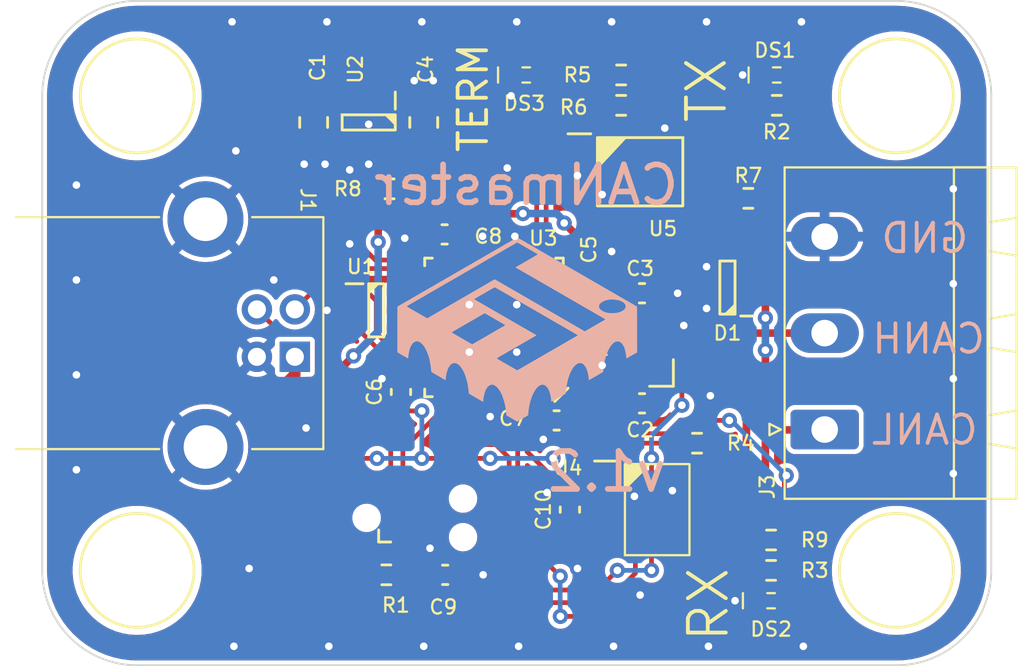
<source format=kicad_pcb>
(kicad_pcb (version 20211014) (generator pcbnew)
  (layers (0 "F.Cu" signal) (31 "B.Cu" signal) (34 "B.Paste" user) (35 "F.Paste" user) (36 "B.SilkS" user "B.Silkscreen") (37 "F.SilkS" user "F.Silkscreen") (38 "B.Mask" user) (39 "F.Mask" user) (44 "Edge.Cuts" user))
  (net 0 "")
  (net 1 "+5V")
  (net 2 "GND")
  (net 3 "Net-(C2-Pad2)")
  (net 4 "Net-(C3-Pad2)")
  (net 5 "+3V3")
  (net 6 "/MCU/NRST")
  (net 7 "/CAN/CAN_H")
  (net 8 "/CAN/CAN_L")
  (net 9 "Net-(DS1-Pad2)")
  (net 10 "Net-(DS2-Pad2)")
  (net 11 "Net-(DS3-Pad2)")
  (net 12 "/MCU/USB_DM")
  (net 13 "/MCU/USB_DP")
  (net 14 "/MCU/SWDIO")
  (net 15 "/MCU/SWCLK")
  (net 17 "/MCU/LED_TX")
  (net 18 "/MCU/LED_RX")
  (net 19 "/CAN/CAN_MODE")
  (net 20 "Net-(R4-Pad2)")
  (net 21 "/CAN/CAN_TERM_EN")
  (net 22 "Net-(R6-Pad2)")
  (net 23 "Net-(R7-Pad1)")
  (net 27 "Net-(R8-Pad2)")
  (net 40 "/CAN/CAN_SENSE")
  (net 50 "/CAN/CAN_RX")
  (net 51 "/CAN/CAN_TX")
  (net 52 "Net-(R9-Pad2)")
  (footprint "U_IC:SOIC_8" (layer "F.Cu") (at 107.4 81.8)
    (fp_text reference "U4")
    (fp_text value "MCP2551-I/SN" hide)
  )
  (footprint "J_Connector:USB_B_TH_Horizontal" (layer "F.Cu") (at 83.6 72.5 180)
    (fp_text reference "J1")
    (fp_text value "UJ2-BH-TH" hide)
  )
  (footprint "C_Capacitor:C_0603" (layer "F.Cu") (at 96.2 67.3)
    (fp_text reference "C8")
    (fp_text value "100n,50v" hide)
  )
  (footprint "U_IC:QFN48_05_7x7_EP" (layer "F.Cu") (at 98.8 72.2 180)
    (fp_text reference "U3")
    (fp_text value "STM32F072CxUx" hide)
  )
  (footprint "M_Mechanical:Mount_M3" (layer "F.Cu") (at 80 85)
    (fp_text reference "M1" hide)
    (fp_text value "Mount_M3" hide)
  )
  (footprint "U_IC:SOT23_5" (layer "F.Cu") (at 92.2 61.4 -90)
    (fp_text reference "U2")
    (fp_text value "NCP115ASN330T2G" hide)
  )
  (footprint "C_Capacitor:C_0603" (layer "F.Cu") (at 93.9 75.6 90)
    (fp_text reference "C6")
    (fp_text value "100n,50v" hide)
  )
  (footprint "R_Resistor:R_0603" (layer "F.Cu") (at 105.5 58.9 180)
    (fp_text reference "R5")
    (fp_text value "300R" hide)
  )
  (footprint "N_NonPart:TagConnect_2030_NL" (layer "F.Cu") (at 94.63 82.235)
    (fp_text reference "J2" hide)
    (fp_text value "TC_2030_NL_STLINK" hide)
  )
  (footprint "R_Resistor:R_0603" (layer "F.Cu") (at 113.4 83.4 180)
    (fp_text reference "R9")
    (fp_text value "0R" hide)
  )
  (footprint "C_Capacitor:C_0603" (layer "F.Cu") (at 106.6 76.2)
    (fp_text reference "C2")
    (fp_text value "4.7p,50v" hide)
  )
  (footprint "R_Resistor:R_0603" (layer "F.Cu") (at 105.5 60.5)
    (fp_text reference "R6")
    (fp_text value "300R" hide)
  )
  (footprint "C_Capacitor:C_0603" (layer "F.Cu") (at 102.1 77.1 180)
    (fp_text reference "C7")
    (fp_text value "100n,50v" hide)
  )
  (footprint "DS_LED:DS_0603" (layer "F.Cu") (at 113.7 58.9)
    (fp_text reference "DS1")
    (fp_text value "LED,RED" hide)
  )
  (footprint "U_IC:SOT23_6" (layer "F.Cu") (at 92.6 71.3)
    (fp_text reference "U1")
    (fp_text value "USBLC6-4SC6" hide)
  )
  (footprint "R_Resistor:R_0603" (layer "F.Cu") (at 113.7 60.5)
    (fp_text reference "R2")
    (fp_text value "300R" hide)
  )
  (footprint "M_Mechanical:Mount_M3" (layer "F.Cu") (at 120 85)
    (fp_text reference "M4" hide)
    (fp_text value "Mount_M3" hide)
  )
  (footprint "R_Resistor:R_0603" (layer "F.Cu") (at 93.13 85.235)
    (fp_text reference "R1")
    (fp_text value "10K" hide)
  )
  (footprint "C_Capacitor:C_0603" (layer "F.Cu") (at 106.6 70.4 180)
    (fp_text reference "C3")
    (fp_text value "4.7p,50v" hide)
  )
  (footprint "Y_Oscillator:Crystal_SMD4_3.2x2.5" (layer "F.Cu") (at 106.6 73.3 90)
    (fp_text reference "Y1")
    (fp_text value "ECS-80-12-33-JGN-TR" hide)
  )
  (footprint "R_Resistor:R_0603" (layer "F.Cu") (at 112.2 65.4)
    (fp_text reference "R7")
    (fp_text value "120R" hide)
  )
  (footprint "M_Mechanical:Mount_M3" (layer "F.Cu") (at 80 60)
    (fp_text reference "M2" hide)
    (fp_text value "Mount_M3" hide)
  )
  (footprint "C_Capacitor:C_0603" (layer "F.Cu") (at 102.8 81.8 90)
    (fp_text reference "C10")
    (fp_text value "100n,50v" hide)
  )
  (footprint "Connector_Phoenix_MSTB:PhoenixContact_MSTBA_2,5_3-G-5,08_1x03_P5.08mm_Horizontal" (layer "F.Cu") (at 116.2225 77.58 90)
    (fp_text reference "J3")
    (fp_text value "Conn_01x03" hide)
  )
  (footprint "DS_LED:DS_0603" (layer "F.Cu") (at 100.5 58.9)
    (fp_text reference "DS3")
    (fp_text value "LED,YEL" hide)
  )
  (footprint "R_Resistor:R_0603" (layer "F.Cu") (at 113.4 85)
    (fp_text reference "R3")
    (fp_text value "220R" hide)
  )
  (footprint "R_Resistor:R_0603" (layer "F.Cu") (at 109.5 78.3)
    (fp_text reference "R4")
    (fp_text value "0R" hide)
  )
  (footprint "C_Capacitor:C_0805" (layer "F.Cu") (at 95.1 61.4 90)
    (fp_text reference "C4")
    (fp_text value "10u,16v" hide)
  )
  (footprint "M_Mechanical:Mount_M3" (layer "F.Cu") (at 120 60)
    (fp_text reference "M3" hide)
    (fp_text value "Mount_M3" hide)
  )
  (footprint "C_Capacitor:C_0603" (layer "F.Cu") (at 103.8 70.4 -90)
    (fp_text reference "C5")
    (fp_text value "100n,50v" hide)
  )
  (footprint "C_Capacitor:C_0805" (layer "F.Cu") (at 89.3 61.4 -90)
    (fp_text reference "C1")
    (fp_text value "10u,16v" hide)
  )
  (footprint "U_IC:SOT23_3" (layer "F.Cu") (at 111.1 70.1 180)
    (fp_text reference "D1")
    (fp_text value "D5V0L2B3SO-7" hide)
  )
  (footprint "R_Resistor:R_0603" (layer "F.Cu") (at 93.3 64.9 180)
    (fp_text reference "R8")
    (fp_text value "10K" hide)
  )
  (footprint "C_Capacitor:C_0603" (layer "F.Cu") (at 96.23 85.235)
    (fp_text reference "C9")
    (fp_text value "100n,50v" hide)
  )
  (footprint "U_IC:SO4_2.54_4.4x3.6" (layer "F.Cu") (at 106.5 64 -90)
    (fp_text reference "U5")
    (fp_text value "LTV-355T" hide)
  )
  (footprint "DS_LED:DS_0603" (layer "F.Cu") (at 113.4 86.6)
    (fp_text reference "DS2")
    (fp_text value "LED,GRN" hide)
  )
  (footprint "N_NonPart:TL_Embedded" (layer "B.Cu") (at 100 72.3 180)
    (fp_text reference "REF**" hide)
    (fp_text value "TL_Embedded" hide)
  )
  (gr_arc (start 125 85) (mid 123.535534 88.535534) (end 120 90) (layer "Edge.Cuts") (width 0.1))
  (gr_line (start 80 90) (end 120 90) (layer "Edge.Cuts") (width 0.1))
  (gr_line (start 120 55) (end 80 55) (layer "Edge.Cuts") (width 0.1))
  (gr_arc (start 75 60) (mid 76.464466 56.464466) (end 80 55) (layer "Edge.Cuts") (width 0.1))
  (gr_arc (start 120 55) (mid 123.535534 56.464466) (end 125 60) (layer "Edge.Cuts") (width 0.1))
  (gr_line (start 75 60) (end 75 85) (layer "Edge.Cuts") (width 0.1))
  (gr_arc (start 80 90) (mid 76.464466 88.535534) (end 75 85) (layer "Edge.Cuts") (width 0.1))
  (gr_line (start 125 85) (end 125 60) (layer "Edge.Cuts") (width 0.1))
  (gr_text "v1.2" (at 104.7 79.8) (layer "B.SilkS") (effects (font (size 2 2) (thickness 0.3)) (justify mirror)))
  (gr_text "CANmaster" (at 100.5 64.7) (layer "B.SilkS") (effects (font (size 2 2) (thickness 0.3)) (justify mirror)))
  (gr_text "CANH" (at 121.7 72.8) (layer "B.SilkS") (effects (font (size 1.5 1.5) (thickness 0.2)) (justify mirror)))
  (gr_text "CANL" (at 121.5 77.6) (layer "B.SilkS") (effects (font (size 1.5 1.5) (thickness 0.2)) (justify mirror)))
  (gr_text "GND" (at 121.5 67.5) (layer "B.SilkS") (effects (font (size 1.5 1.5) (thickness 0.2)) (justify mirror)))
  (gr_text "TX" (at 110 59.7 90) (layer "F.SilkS") (effects (font (size 2 2) (thickness 0.2))))
  (gr_text "RX\n" (at 110.1 86.8 90) (layer "F.SilkS") (effects (font (size 2 2) (thickness 0.2))))
  (gr_text "TERM" (at 97.7 60.1 90) (layer "F.SilkS") (effects (font (size 1.5 1.5) (thickness 0.2))))
  (segment (start 92.7 59.1) (end 91.7 59.1) (width 0.25) (layer "F.Cu") (net 1))
  (segment (start 104.7 86.7) (end 106.25 85.15) (width 0.25) (layer "F.Cu") (net 1))
  (segment (start 91.2 86.7) (end 104.7 86.7) (width 0.25) (layer "F.Cu") (net 1))
  (segment (start 91.25 59.55) (end 91.25 60.4) (width 0.25) (layer "F.Cu") (net 1))
  (segment (start 105.935 82.435) (end 104.7 82.435) (width 0.25) (layer "F.Cu") (net 1))
  (segment (start 89.35 60.4) (end 89.3 60.45) (width 0.25) (layer "F.Cu") (net 1))
  (segment (start 93.15 59.55) (end 92.7 59.1) (width 0.25) (layer "F.Cu") (net 1))
  (segment (start 91.25 60.4) (end 90.4 60.4) (width 0.6) (layer "F.Cu") (net 1))
  (segment (start 90.4 60.4) (end 89.35 60.4) (width 0.6) (layer "F.Cu") (net 1))
  (segment (start 87 62.75) (end 89.3 60.45) (width 0.6) (layer "F.Cu") (net 1))
  (segment (start 106.25 85.15) (end 106.25 82.75) (width 0.25) (layer "F.Cu") (net 1))
  (segment (start 104.7 82.435) (end 102.94 82.435) (width 0.25) (layer "F.Cu") (net 1))
  (segment (start 94.2 71.3) (end 93.6 71.3) (width 0.25) (layer "F.Cu") (net 1))
  (segment (start 94.67452 69.77452) (end 94.67452 70.82548) (width 0.25) (layer "F.Cu") (net 1))
  (segment (start 87.5 75.5) (end 88.31 74.69) (width 0.6) (layer "F.Cu") (net 1))
  (segment (start 84.7 70.2) (end 84.7 74.4) (width 0.6) (layer "F.Cu") (net 1))
  (segment (start 87.5 75.5) (end 87.5 83) (width 0.25) (layer "F.Cu") (net 1))
  (segment (start 87 67.9) (end 84.7 70.2) (width 0.6) (layer "F.Cu") (net 1))
  (segment (start 87 67.9) (end 88.2 69.1) (width 0.25) (layer "F.Cu") (net 1))
  (segment (start 88.31 74.69) (end 88.31 73.75) (width 0.6) (layer "F.Cu") (net 1))
  (segment (start 91.7 59.1) (end 91.25 59.55) (width 0.25) (layer "F.Cu") (net 1))
  (segment (start 87 67.9) (end 87 62.75) (width 0.6) (layer "F.Cu") (net 1))
  (segment (start 87.5 83) (end 91.2 86.7) (width 0.25) (layer "F.Cu") (net 1))
  (segment (start 85.8 75.5) (end 87.5 75.5) (width 0.6) (layer "F.Cu") (net 1))
  (segment (start 102.94 82.435) (end 102.8 82.575) (width 0.25) (layer "F.Cu") (net 1))
  (segment (start 106.25 82.75) (end 105.935 82.435) (width 0.25) (layer "F.Cu") (net 1))
  (segment (start 88.2 69.1) (end 94 69.1) (width 0.25) (layer "F.Cu") (net 1))
  (segment (start 94 69.1) (end 94.67452 69.77452) (width 0.25) (layer "F.Cu") (net 1))
  (segment (start 84.7 74.4) (end 85.8 75.5) (width 0.6) (layer "F.Cu") (net 1))
  (segment (start 94.67452 70.82548) (end 94.2 71.3) (width 0.25) (layer "F.Cu") (net 1))
  (segment (start 93.15 60.25) (end 93.15 59.55) (width 0.25) (layer "F.Cu") (net 1))
  (segment (start 95.375 74.45) (end 96.55 74.45) (width 0.25) (layer "F.Cu") (net 2))
  (segment (start 101.05 76.825) (end 101.325 77.1) (width 0.25) (layer "F.Cu") (net 2))
  (segment (start 101.05 75.625) (end 101.05 74.45) (width 0.25) (layer "F.Cu") (net 2))
  (segment (start 99.55 73.95) (end 100 73.5) (width 0.25) (layer "F.Cu") (net 2))
  (segment (start 100.75 71.45) (end 100.15 70.85) (width 0.25) (layer "F.Cu") (net 2))
  (segment (start 103.8 71.175) (end 103.8 71.375) (width 0.25) (layer "F.Cu") (net 2))
  (segment (start 96.975 67.4) (end 96.55 67.825) (width 0.25) (layer "F.Cu") (net 2))
  (segment (start 96.55 69.95) (end 97.45 70.85) (width 0.25) (layer "F.Cu") (net 2))
  (segment (start 102.225 71.45) (end 100.75 71.45) (width 0.25) (layer "F.Cu") (net 2))
  (segment (start 96.55 74.45) (end 97.45 73.55) (width 0.25) (layer "F.Cu") (net 2))
  (segment (start 102.225 71.45) (end 103.525 71.45) (width 0.25) (layer "F.Cu") (net 2))
  (segment (start 96.55 68.775) (end 96.55 69.95) (width 0.25) (layer "F.Cu") (net 2))
  (segment (start 101.05 75.625) (end 101.05 76.825) (width 0.25) (layer "F.Cu") (net 2))
  (segment (start 101.05 74.45) (end 100.15 73.55) (width 0.25) (layer "F.Cu") (net 2))
  (segment (start 94.275 74.45) (end 93.9 74.825) (width 0.25) (layer "F.Cu") (net 2))
  (segment (start 99.55 75.625) (end 99.55 73.95) (width 0.25) (layer "F.Cu") (net 2))
  (segment (start 95.375 74.45) (end 94.275 74.45) (width 0.25) (layer "F.Cu") (net 2))
  (segment (start 103.525 71.45) (end 103.8 71.175) (width 0.25) (layer "F.Cu") (net 2))
  (segment (start 96.55 67.825) (end 96.55 68.775) (width 0.25) (layer "F.Cu") (net 2))
  (via (at 100 73.5) (size 0.8) (drill 0.4) (layers "F.Cu" "B.Cu") (net 2))
  (via (at 88.8 63.6) (size 0.8) (drill 0.4) (layers "F.Cu" "B.Cu") (net 2))
  (via (at 76.8 69.7) (size 0.8) (drill 0.4) (layers "F.Cu" "B.Cu") (net 2))
  (via (at 85 56.1) (size 0.8) (drill 0.4) (layers "F.Cu" "B.Cu") (net 2))
  (via (at 90 56.1) (size 0.8) (drill 0.4) (layers "F.Cu" "B.Cu") (net 2))
  (via (at 92.2 63.6) (size 0.8) (drill 0.4) (layers "F.Cu" "B.Cu") (net 2))
  (via (at 106.5 86.3) (size 0.8) (drill 0.4) (layers "F.Cu" "B.Cu") (net 2))
  (via (at 99.9 67.4) (size 0.8) (drill 0.4) (layers "F.Cu" "B.Cu") (net 2))
  (via (at 95.43 83.835) (size 0.8) (drill 0.4) (layers "F.Cu" "B.Cu") (net 2))
  (via (at 101.6 80.9) (size 0.8) (drill 0.4) (layers "F.Cu" "B.Cu") (net 2))
  (via (at 123 79.9) (size 0.8) (drill 0.4) (layers "F.Cu" "B.Cu") (net 2))
  (via (at 103.2 64.2) (size 0.8) (drill 0.4) (layers "F.Cu" "B.Cu") (net 2))
  (via (at 94.6 59.2) (size 0.8) (drill 0.4) (layers "F.Cu" "B.Cu") (net 2))
  (via (at 111.9 58.9) (size 0.8) (drill 0.4) (layers "F.Cu" "B.Cu") (net 2))
  (via (at 100 71) (size 0.8) (drill 0.4) (layers "F.Cu" "B.Cu") (net 2))
  (via (at 105.1 89) (size 0.8) (drill 0.4) (layers "F.Cu" "B.Cu") (net 2))
  (via (at 91.2 67.8) (size 0.8) (drill 0.4) (layers "F.Cu" "B.Cu") (net 2))
  (via (at 76.8 64.7) (size 0.8) (drill 0.4) (layers "F.Cu" "B.Cu") (net 2))
  (via (at 91.2 63.9) (size 0.8) (drill 0.4) (layers "F.Cu" "B.Cu") (net 2))
  (via (at 110 56.1) (size 0.8) (drill 0.4) (layers "F.Cu" "B.Cu") (net 2))
  (via (at 95.6 59.2) (size 0.8) (drill 0.4) (layers "F.Cu" "B.Cu") (net 2))
  (via (at 110.2 75.8) (size 0.8) (drill 0.4) (layers "F.Cu" "B.Cu") (net 2))
  (via (at 123 74.9) (size 0.8) (drill 0.4) (layers "F.Cu" "B.Cu") (net 2))
  (via (at 98.6 76.9) (size 0.8) (drill 0.4) (layers "F.Cu" "B.Cu") (net 2))
  (via (at 106.2 81.1) (size 0.8) (drill 0.4) (layers "F.Cu" "B.Cu") (net 2))
  (via (at 100 56.1) (size 0.8) (drill 0.4) (layers "F.Cu" "B.Cu") (net 2))
  (via (at 95.1 89) (size 0.8) (drill 0.4) (layers "F.Cu" "B.Cu") (net 2))
  (via (at 108.4755 70.4) (size 0.8) (drill 0.4) (layers "F.Cu" "B.Cu") (net 2))
  (via (at 85.1 89) (size 0.8) (drill 0.4) (layers "F.Cu" "B.Cu") (net 2))
  (via (at 110.1 89) (size 0.8) (drill 0.4) (layers "F.Cu" "B.Cu") (net 2))
  (via (at 103.2 84.9) (size 0.8) (drill 0.4) (layers "F.Cu" "B.Cu") (net 2))
  (via (at 89.9 63.6) (size 0.8) (drill 0.4) (layers "F.Cu" "B.Cu") (net 2))
  (via (at 85.9 84.9) (size 0.8) (drill 0.4) (layers "F.Cu" "B.Cu") (net 2))
  (via (at 87.2 69.7) (size 0.8) (drill 0.4) (layers "F.Cu" "B.Cu") (net 2))
  (via (at 85.2 62.9) (size 0.8) (drill 0.4) (layers "F.Cu" "B.Cu") (net 2))
  (via (at 101.4 78.1) (size 0.8) (drill 0.4) (layers "F.Cu" "B.Cu") (net 2))
  (via (at 108.2 80.8) (size 0.8) (drill 0.4) (layers "F.Cu" "B.Cu") (net 2))
  (via (at 115 56.1) (size 0.8) (drill 0.4) (layers "F.Cu" "B.Cu") (net 2))
  (via (at 97.5 71) (size 0.8) (drill 0.4) (layers "F.Cu" "B.Cu") (net 2))
  (via (at 76.8 74.7) (size 0.8) (drill 0.4) (layers "F.Cu" "B.Cu") (net 2))
  (via (at 99.7 60) (size 0.8) (drill 0.4) (layers "F.Cu" "B.Cu") (net 2))
  (via (at 105 56.1) (size 0.8) (drill 0.4) (layers "F.Cu" "B.Cu") (net 2))
  (via (at 88.9 77.5) (size 0.8) (drill 0.4) (layers "F.Cu" "B.Cu") (net 2))
  (via (at 98.2 67.4) (size 0.8) (drill 0.4) (layers "F.Cu" "B.Cu") (net 2))
  (via (at 105 68.2) (size 0.8) (drill 0.4) (layers "F.Cu" "B.Cu") (net 2))
  (via (at 123 64.9) (size 0.8) (drill 0.4) (layers "F.Cu" "B.Cu") (net 2))
  (via (at 107.8 61.7) (size 0.8) (drill 0.4) (layers "F.Cu" "B.Cu") (net 2))
  (via (at 115.1 89) (size 0.8) (drill 0.4) (layers "F.Cu" "B.Cu") (net 2))
  (via (at 92.9 74.9) (size 0.8) (drill 0.4) (layers "F.Cu" "B.Cu") (net 2))
  (via (at 110 69) (size 0.8) (drill 0.4) (layers "F.Cu" "B.Cu") (net 2))
  (via (at 104.5 74.2) (size 0.8) (drill 0.4) (layers "F.Cu" "B.Cu") (net 2))
  (via (at 104.5 65.2) (size 0.8) (drill 0.4) (layers "F.Cu" "B.Cu") (net 2))
  (via (at 123 69.9) (size 0.8) (drill 0.4) (layers "F.Cu" "B.Cu") (net 2))
  (via (at 90.1 89) (size 0.8) (drill 0.4) (layers "F.Cu" "B.Cu") (net 2))
  (via (at 108.8 72.1) (size 0.8) (drill 0.4) (layers "F.Cu" "B.Cu") (net 2))
  (via (at 100.1 89) (size 0.8) (drill 0.4) (layers "F.Cu" "B.Cu") (net 2))
  (via (at 76.8 79.7) (size 0.8) (drill 0.4) (layers "F.Cu" "B.Cu") (net 2))
  (via (at 110 71.2) (size 0.8) (drill 0.4) (layers "F.Cu" "B.Cu") (net 2))
  (via (at 90 71.3) (size 0.8) (drill 0.4) (layers "F.Cu" "B.Cu") (net 2))
  (via (at 99.5 63.8) (size 0.8) (drill 0.4) (layers "F.Cu" "B.Cu") (net 2))
  (via (at 97.5 73.5) (size 0.8) (drill 0.4) (layers "F.Cu" "B.Cu") (net 2))
  (via (at 92.2 61.5) (size 0.8) (drill 0.4) (layers "F.Cu" "B.Cu") (net 2))
  (via (at 95 56.1) (size 0.8) (drill 0.4) (layers "F.Cu" "B.Cu") (net 2))
  (via (at 98.23 85.235) (size 0.8) (drill 0.4) (layers "F.Cu" "B.Cu") (net 2))
  (via (at 94.1 67.5) (size 0.8) (drill 0.4) (layers "F.Cu" "B.Cu") (net 2))
  (via (at 111.5 86.6) (size 0.8) (drill 0.4) (layers "F.Cu" "B.Cu") (net 2))
  (segment (start 107.5 76.075) (end 107.375 76.2) (width 0.25) (layer "F.Cu") (net 3))
  (segment (start 106.35 73.3) (end 107.5 74.45) (width 0.25) (layer "F.Cu") (net 3))
  (segment (start 107.5 74.45) (end 107.5 76.075) (width 0.25) (layer "F.Cu") (net 3))
  (segment (start 105.001191 73.3) (end 106.35 73.3) (width 0.25) (layer "F.Cu") (net 3))
  (segment (start 102.225 72.95) (end 104.651191 72.95) (width 0.25) (layer "F.Cu") (net 3))
  (segment (start 104.651191 72.95) (end 105.001191 73.3) (width 0.25) (layer "F.Cu") (net 3))
  (segment (start 102.225 72.45) (end 105.4 72.45) (width 0.25) (layer "F.Cu") (net 4))
  (segment (start 105.825 70.4) (end 105.825 72.025) (width 0.25) (layer "F.Cu") (net 4))
  (segment (start 105.825 72.025) (end 105.7 72.15) (width 0.25) (layer "F.Cu") (net 4))
  (segment (start 105.4 72.45) (end 105.7 72.15) (width 0.25) (layer "F.Cu") (net 4))
  (segment (start 92.7 67.025) (end 93.55 66.175) (width 0.4) (layer "F.Cu") (net 5))
  (segment (start 95.05 62.4) (end 95.1 62.35) (width 0.25) (layer "F.Cu") (net 5))
  (segment (start 90.93 83.835) (end 90.93 79.07) (width 0.4) (layer "F.Cu") (net 5))
  (segment (start 90.93 74.17) (end 91.4 73.7) (width 0.4) (layer "F.Cu") (net 5))
  (segment (start 90.96 79.1) (end 90.93 79.07) (width 0.25) (layer "F.Cu") (net 5))
  (segment (start 102.225 75.625) (end 102.225 76.45) (width 0.25) (layer "F.Cu") (net 5))
  (segment (start 101.55 75.625) (end 102.225 75.625) (width 0.25) (layer "F.Cu") (net 5))
  (segment (start 102.225 70.95) (end 102.675 70.95) (width 0.25) (layer "F.Cu") (net 5))
  (segment (start 98.6 79.1) (end 95 79.1) (width 0.25) (layer "F.Cu") (net 5))
  (segment (start 95.425 67.4) (end 95.425 66.275) (width 0.4) (layer "F.Cu") (net 5))
  (segment (start 102.225 74.95) (end 102.225 75.625) (width 0.25) (layer "F.Cu") (net 5))
  (segment (start 94.8875 74.95) (end 94.69952 75.13798) (width 0.25) (layer "F.Cu") (net 5))
  (segment (start 102.875 78.125) (end 101.912299 79.087701) (width 0.25) (layer "F.Cu") (net 5))
  (segment (start 92.7 67.7) (end 92.7 67.025) (width 0.4) (layer "F.Cu") (net 5))
  (segment (start 92.6355 79.1) (end 90.96 79.1) (width 0.25) (layer "F.Cu") (net 5))
  (segment (start 92.305 85.21) (end 90.93 83.835) (width 0.4) (layer "F.Cu") (net 5))
  (segment (start 95.425 62.675) (end 95.1 62.35) (width 0.4) (layer "F.Cu") (net 5))
  (segment (start 94.69952 75.70048) (end 94.025 76.375) (width 0.25) (layer "F.Cu") (net 5))
  (segment (start 103.9 68.1) (end 103.9 69.525) (width 0.4) (layer "F.Cu") (net 5))
  (segment (start 94.125 76.6) (end 93.9 76.375) (width 0.25) (layer "F.Cu") (net 5))
  (segment (start 92.305 85.16) (end 93.36 84.105) (width 0.25) (layer "F.Cu") (net 5))
  (segment (start 102.875 77.1) (end 102.875 78.125) (width 0.25) (layer "F.Cu") (net 5))
  (segment (start 103.9 69.525) (end 103.8 69.625) (width 0.4) (layer "F.Cu") (net 5))
  (segment (start 100.313201 66.212299) (end 95.487701 66.212299) (width 0.4) (layer "F.Cu") (net 5))
  (segment (start 94.69952 75.13798) (end 94.69952 75.70048) (width 0.25) (layer "F.Cu") (net 5))
  (segment (start 102.675 70.95) (end 103.8 69.825) (width 0.25) (layer "F.Cu") (net 5))
  (segment (start 95.375 74.95) (end 94.8875 74.95) (width 0.25) (layer "F.Cu") (net 5))
  (segment (start 96.05 68.025) (end 95.425 67.4) (width 0.25) (layer "F.Cu") (net 5))
  (segment (start 92.305 85.235) (end 92.305 85.16) (width 0.25) (layer "F.Cu") (net 5))
  (segment (start 92.305 85.235) (end 92.305 85.21) (width 0.4) (layer "F.Cu") (net 5))
  (segment (start 100.3255 66.2) (end 100.313201 66.212299) (width 0.4) (layer "F.Cu") (net 5))
  (segment (start 102.225 76.45) (end 102.875 77.1) (width 0.25) (layer "F.Cu") (net 5))
  (segment (start 96.05 68.775) (end 96.05 68.025) (width 0.25) (layer "F.Cu") (net 5))
  (segment (start 90.93 79.07) (end 90.93 74.17) (width 0.4) (layer "F.Cu") (net 5))
  (segment (start 95.425 66.275) (end 95.425 62.675) (width 0.4) (layer "F.Cu") (net 5))
  (segment (start 93.15 62.4) (end 95.05 62.4) (width 0.6) (layer "F.Cu") (net 5))
  (segment (start 93.36 84.105) (end 93.36 82.87) (width 0.25) (layer "F.Cu") (net 5))
  (segment (start 93.55 66.175) (end 95.325 66.175) (width 0.4) (layer "F.Cu") (net 5))
  (segment (start 102.5 66.7) (end 103.9 68.1) (width 0.4) (layer "F.Cu") (net 5))
  (segment (start 95 76.6) (end 94.125 76.6) (width 0.25) (layer "F.Cu") (net 5))
  (via (at 101.912299 79.087701) (size 0.8) (drill 0.4) (layers "F.Cu" "B.Cu") (net 5))
  (via (at 95 79.1) (size 0.8) (drill 0.4) (layers "F.Cu" "B.Cu") (net 5))
  (via (at 98.6 79.1) (size 0.8) (drill 0.4) (layers "F.Cu" "B.Cu") (net 5))
  (via (at 92.7 67.7) (size 0.8) (drill 0.4) (layers "F.Cu" "B.Cu") (net 5))
  (via (at 92.6355 79.1) (size 0.8) (drill 0.4) (layers "F.Cu" "B.Cu") (net 5))
  (via (at 102.5 66.7) (size 0.8) (drill 0.4) (layers "F.Cu" "B.Cu") (net 5))
  (via (at 91.4 73.7) (size 0.8) (drill 0.4) (layers "F.Cu" "B.Cu") (net 5))
  (via (at 100.3255 66.2) (size 0.8) (drill 0.4) (layers "F.Cu" "B.Cu") (net 5))
  (via (at 95 76.6) (size 0.8) (drill 0.4) (layers "F.Cu" "B.Cu") (net 5))
  (segment (start 101.9 79.1) (end 101.912299 79.087701) (width 0.25) (layer "B.Cu") (net 5))
  (segment (start 92.7 72.4) (end 91.4 73.7) (width 0.4) (layer "B.Cu") (net 5))
  (segment (start 102.5 66.6) (end 102.5 66.7) (width 0.4) (layer "B.Cu") (net 5))
  (segment (start 98.6 79.1) (end 101.9 79.1) (width 0.25) (layer "B.Cu") (net 5))
  (segment (start 95 79.1) (end 92.6355 79.1) (width 0.25) (layer "B.Cu") (net 5))
  (segment (start 92.7 67.7) (end 92.7 72.4) (width 0.4) (layer "B.Cu") (net 5))
  (segment (start 95 79.1) (end 95 76.6) (width 0.25) (layer "B.Cu") (net 5))
  (segment (start 102.1 66.2) (end 102.5 66.6) (width 0.4) (layer "B.Cu") (net 5))
  (segment (start 100.3255 66.2) (end 102.1 66.2) (width 0.4) (layer "B.Cu") (net 5))
  (segment (start 108.4 69.1) (end 105.4 69.1) (width 0.25) (layer "F.Cu") (net 6))
  (segment (start 109.6 71.875386) (end 109.2 71.475386) (width 0.25) (layer "F.Cu") (net 6))
  (segment (start 109.2 69.9) (end 108.4 69.1) (width 0.25) (layer "F.Cu") (net 6))
  (segment (start 93.955 85.235) (end 95.455 85.235) (width 0.25) (layer "F.Cu") (net 6))
  (segment (start 108.7 76.3) (end 108.7 73.6) (width 0.25) (layer "F.Cu") (net 6))
  (segment (start 104.35 71.95) (end 102.225 71.95) (width 0.25) (layer "F.Cu") (net 6))
  (segment (start 94.63 84.035) (end 94.63 85.235) (width 0.25) (layer "F.Cu") (net 6))
  (segment (start 96.25452 86.03452) (end 95.455 85.235) (width 0.25) (layer "F.Cu") (net 6))
  (segment (start 109.2 71.475386) (end 109.2 69.9) (width 0.25) (layer "F.Cu") (net 6))
  (segment (start 105 69.5) (end 105 71.352151) (width 0.25) (layer "F.Cu") (net 6))
  (segment (start 105.4 69.1) (end 105 69.5) (width 0.25) (layer "F.Cu") (net 6))
  (segment (start 94.63 82.87) (end 94.63 84.035) (width 0.25) (layer "F.Cu") (net 6))
  (segment (start 105 71.352151) (end 104.552151 71.8) (width 0.25) (layer "F.Cu") (net 6))
  (segment (start 108.7 73.6) (end 109.6 72.7) (width 0.25) (layer "F.Cu") (net 6))
  (segment (start 109.6 72.7) (end 109.6 71.875386) (width 0.25) (layer "F.Cu") (net 6))
  (segment (start 104.5 71.8) (end 104.35 71.95) (width 0.25) (layer "F.Cu") (net 6))
  (segment (start 104.552151 71.8) (end 104.5 71.8) (width 0.25) (layer "F.Cu") (net 6))
  (segment (start 104.26548 86.03452) (end 105.3 85) (width 0.25) (layer "F.Cu") (net 6))
  (segment (start 96.25452 86.03452) (end 104.26548 86.03452) (width 0.25) (layer "F.Cu") (net 6))
  (segment (start 107.1 85) (end 107.1 79.1) (width 0.25) (layer "F.Cu") (net 6))
  (via (at 107.1 79.1) (size 0.8) (drill 0.4) (layers "F.Cu" "B.Cu") (net 6))
  (via (at 107.1 85) (size 0.8) (drill 0.4) (layers "F.Cu" "B.Cu") (net 6))
  (via (at 108.7 76.3) (size 0.8) (drill 0.4) (layers "F.Cu" "B.Cu") (net 6))
  (via (at 105.3 85) (size 0.8) (drill 0.4) (layers "F.Cu" "B.Cu") (net 6))
  (segment (start 105.3 85) (end 107.1 85) (width 0.25) (layer "B.Cu") (net 6))
  (segment (start 107.1 77.9) (end 108.7 76.3) (width 0.25) (layer "B.Cu") (net 6))
  (segment (start 107.1 79.1) (end 107.1 77.9) (width 0.25) (layer "B.Cu") (net 6))
  (segment (start 111.435 81.165) (end 112.1 80.5) (width 0.4) (layer "F.Cu") (net 7))
  (segment (start 112.05 71.05) (end 112.1 71.05) (width 0.4) (layer "F.Cu") (net 7))
  (segment (start 111.1 70.1) (end 112.05 71.05) (width 0.4) (layer "F.Cu") (net 7))
  (segment (start 112.1 72.6) (end 112.1 71.05) (width 0.4) (layer "F.Cu") (net 7))
  (segment (start 116.2225 72.5) (end 112.1 72.5) (width 0.4) (layer "F.Cu") (net 7))
  (segment (start 108.6 66.1) (end 111.1 68.6) (width 0.4) (layer "F.Cu") (net 7))
  (segment (start 108.6 63.88) (end 108.6 66.1) (width 0.4) (layer "F.Cu") (net 7))
  (segment (start 110.1 81.165) (end 111.435 81.165) (width 0.4) (layer "F.Cu") (net 7))
  (segment (start 112.1 80.5) (end 112.1 72.6) (width 0.4) (layer "F.Cu") (net 7))
  (segment (start 111.1 68.6) (end 111.1 70.1) (width 0.4) (layer "F.Cu") (net 7))
  (segment (start 109.75 62.73) (end 108.6 63.88) (width 0.4) (layer "F.Cu") (net 7))
  (segment (start 112.1 69.15) (end 113.05 69.15) (width 0.4) (layer "F.Cu") (net 8))
  (segment (start 113.1 77.6) (end 113.1 81) (width 0.4) (layer "F.Cu") (net 8))
  (segment (start 113.1 67.4) (end 113.1 65.475) (width 0.4) (layer "F.Cu") (net 8))
  (segment (start 113.1 69.1) (end 113.1 67.4) (width 0.4) (layer "F.Cu") (net 8))
  (segment (start 111.665 82.435) (end 110.1 82.435) (width 0.4) (layer "F.Cu") (net 8))
  (segment (start 113.1 73.4) (end 113.1 77.6) (width 0.4) (layer "F.Cu") (net 8))
  (segment (start 113.1 77.6) (end 116.2025 77.6) (width 0.4) (layer "F.Cu") (net 8))
  (segment (start 113.1 81) (end 111.665 82.435) (width 0.4) (layer "F.Cu") (net 8))
  (segment (start 113.1 71.7) (end 113.1 69.1) (width 0.4) (layer "F.Cu") (net 8))
  (segment (start 113.1 65.475) (end 113.025 65.4) (width 0.25) (layer "F.Cu") (net 8))
  (segment (start 116.2025 77.6) (end 116.2225 77.58) (width 0.4) (layer "F.Cu") (net 8))
  (via (at 113.1 73.4) (size 0.8) (drill 0.4) (layers "F.Cu" "B.Cu") (net 8))
  (via (at 113.1 71.7) (size 0.8) (drill 0.4) (layers "F.Cu" "B.Cu") (net 8))
  (segment (start 113.1 73.4) (end 113.1 71.7) (width 0.4) (layer "B.Cu") (net 8))
  (segment (start 114.4875 58.9) (end 114.4875 60.4625) (width 0.25) (layer "F.Cu") (net 9))
  (segment (start 114.4875 60.4625) (end 114.525 60.5) (width 0.25) (layer "F.Cu") (net 9))
  (segment (start 114.225 85) (end 114.225 86.5625) (width 0.25) (layer "F.Cu") (net 10))
  (segment (start 114.225 86.5625) (end 114.1875 86.6) (width 0.25) (layer "F.Cu") (net 10))
  (segment (start 101.2875 58.9) (end 104.675 58.9) (width 0.25) (layer "F.Cu") (net 11))
  (segment (start 95.375 72.95) (end 93.05 72.95) (width 0.25) (layer "F.Cu") (net 12))
  (segment (start 92.15 70.35) (end 89.21 70.35) (width 0.25) (layer "F.Cu") (net 12))
  (segment (start 92.6 70.8) (end 92.15 70.35) (width 0.25) (layer "F.Cu") (net 12))
  (segment (start 93.05 72.95) (end 92.6 72.5) (width 0.25) (layer "F.Cu") (net 12))
  (segment (start 92.6 72.5) (end 92.6 70.8) (width 0.25) (layer "F.Cu") (net 12))
  (segment (start 89.21 70.35) (end 88.31 71.25) (width 0.25) (layer "F.Cu") (net 12))
  (segment (start 91.6 72.25) (end 92.8 73.45) (width 0.25) (layer "F.Cu") (net 13))
  (segment (start 87.56 72.5) (end 89.3 72.5) (width 0.25) (layer "F.Cu") (net 13))
  (segment (start 92.8 73.45) (end 95.375 73.45) (width 0.25) (layer "F.Cu") (net 13))
  (segment (start 89.6 72.2) (end 91.55 72.2) (width 0.25) (layer "F.Cu") (net 13))
  (segment (start 89.3 72.5) (end 89.6 72.2) (width 0.25) (layer "F.Cu") (net 13))
  (segment (start 86.31 71.25) (end 87.56 72.5) (width 0.25) (layer "F.Cu") (net 13))
  (segment (start 91.55 72.2) (end 91.6 72.25) (width 0.25) (layer "F.Cu") (net 13))
  (segment (start 93.36 81.6) (end 93.36 78.36) (width 0.25) (layer "F.Cu") (net 14))
  (segment (start 92 74.4) (end 92.45 73.95) (width 0.25) (layer "F.Cu") (net 14))
  (segment (start 92 77) (end 92 74.4) (width 0.25) (layer "F.Cu") (net 14))
  (segment (start 92.45 73.95) (end 95.375 73.95) (width 0.25) (layer "F.Cu") (net 14))
  (segment (start 93.36 78.36) (end 92 77) (width 0.25) (layer "F.Cu") (net 14))
  (segment (start 94.63 81.6) (end 94 80.97) (width 0.25) (layer "F.Cu") (net 15))
  (segment (start 94 80.97) (end 94 78.624614) (width 0.25) (layer "F.Cu") (net 15))
  (segment (start 94 78.624614) (end 96.05 76.574614) (width 0.25) (layer "F.Cu") (net 15))
  (segment (start 96.05 76.574614) (end 96.05 75.625) (width 0.25) (layer "F.Cu") (net 15))
  (segment (start 101.05 68.775) (end 101.05 63.85) (width 0.25) (layer "F.Cu") (net 17))
  (segment (start 101.05 63.85) (end 98.3 61.1) (width 0.25) (layer "F.Cu") (net 17))
  (segment (start 106.3 57.6) (end 109.2 60.5) (width 0.25) (layer "F.Cu") (net 17))
  (segment (start 98.3 58.2) (end 98.9 57.6) (width 0.25) (layer "F.Cu") (net 17))
  (segment (start 109.2 60.5) (end 112.875 60.5) (width 0.25) (layer "F.Cu") (net 17))
  (segment (start 98.3 61.1) (end 98.3 58.2) (width 0.25) (layer "F.Cu") (net 17))
  (segment (start 98.9 57.6) (end 106.3 57.6) (width 0.25) (layer "F.Cu") (net 17))
  (segment (start 109.4 85) (end 112.575 85) (width 0.25) (layer "F.Cu") (net 18))
  (segment (start 99.60048 79.075866) (end 99.60048 82.622029) (width 0.25) (layer "F.Cu") (net 18))
  (segment (start 102.3 87.4245) (end 106.9755 87.4245) (width 0.25) (layer "F.Cu") (net 18))
  (segment (start 96.55 76.95) (end 97.975489 78.375489) (width 0.25) (layer "F.Cu") (net 18))
  (segment (start 99.60048 82.622029) (end 102.288471 85.31002) (width 0.25) (layer "F.Cu") (net 18))
  (segment (start 106.9755 87.4245) (end 109.4 85) (width 0.25) (layer "F.Cu") (net 18))
  (segment (start 96.55 75.625) (end 96.55 76.95) (width 0.25) (layer "F.Cu") (net 18))
  (segment (start 98.900103 78.375489) (end 99.60048 79.075866) (width 0.25) (layer "F.Cu") (net 18))
  (segment (start 97.975489 78.375489) (end 98.900103 78.375489) (width 0.25) (layer "F.Cu") (net 18))
  (via (at 102.3 87.4245) (size 0.8) (drill 0.4) (layers "F.Cu" "B.Cu") (net 18))
  (via (at 102.288471 85.31002) (size 0.8) (drill 0.4) (layers "F.Cu" "B.Cu") (net 18))
  (segment (start 102.288471 85.31002) (end 102.288471 87.412971) (width 0.25) (layer "B.Cu") (net 18))
  (segment (start 102.288471 87.412971) (end 102.3 87.4245) (width 0.25) (layer "B.Cu") (net 18))
  (segment (start 103.1 75.9) (end 103.1 74.978928) (width 0.25) (layer "F.Cu") (net 19))
  (segment (start 105.5 78.3) (end 103.1 75.9) (width 0.25) (layer "F.Cu") (net 19))
  (segment (start 102.571072 74.45) (end 102.225 74.45) (width 0.25) (layer "F.Cu") (net 19))
  (segment (start 108.675 78.3) (end 105.5 78.3) (width 0.25) (layer "F.Cu") (net 19))
  (segment (start 103.1 74.978928) (end 102.571072 74.45) (width 0.25) (layer "F.Cu") (net 19))
  (segment (start 110.325 78.3) (end 110.325 79.67) (width 0.25) (layer "F.Cu") (net 20))
  (segment (start 110.325 79.67) (end 110.1 79.895) (width 0.25) (layer "F.Cu") (net 20))
  (segment (start 101.55 68.775) (end 101.55 63.05) (width 0.25) (layer "F.Cu") (net 21))
  (segment (start 106.325 58.9) (end 106.275 58.9) (width 0.25) (layer "F.Cu") (net 21))
  (segment (start 106.275 58.9) (end 104.675 60.5) (width 0.25) (layer "F.Cu") (net 21))
  (segment (start 101.55 63.05) (end 104.1 60.5) (width 0.25) (layer "F.Cu") (net 21))
  (segment (start 104.1 60.5) (end 104.675 60.5) (width 0.25) (layer "F.Cu") (net 21))
  (segment (start 106.325 60.5) (end 104.095 62.73) (width 0.25) (layer "F.Cu") (net 22))
  (segment (start 104.095 62.73) (end 103.25 62.73) (width 0.25) (layer "F.Cu") (net 22))
  (segment (start 109.75 65.27) (end 111.245 65.27) (width 0.4) (layer "F.Cu") (net 23))
  (segment (start 111.245 65.27) (end 111.375 65.4) (width 0.25) (layer "F.Cu") (net 23))
  (segment (start 94.57548 68.65048) (end 92.55048 68.65048) (width 0.25) (layer "F.Cu") (net 27))
  (segment (start 95.375 69.45) (end 94.57548 68.65048) (width 0.25) (layer "F.Cu") (net 27))
  (segment (start 91.924511 65.450489) (end 92.475 64.9) (width 0.25) (layer "F.Cu") (net 27))
  (segment (start 91.924511 68.024511) (end 91.924511 65.450489) (width 0.25) (layer "F.Cu") (net 27))
  (segment (start 92.55048 68.65048) (end 91.924511 68.024511) (width 0.25) (layer "F.Cu") (net 27))
  (segment (start 108.6 77.1) (end 107.9 77.8) (width 0.25) (layer "F.Cu") (net 40))
  (segment (start 114.1 80.1) (end 114.2 80) (width 0.25) (layer "F.Cu") (net 40))
  (segment (start 107.9 77.8) (end 105.9 77.8) (width 0.25) (layer "F.Cu") (net 40))
  (segment (start 103.54952 75.44952) (end 103.54952 74.74952) (width 0.25) (layer "F.Cu") (net 40))
  (segment (start 111.2 77.1) (end 108.6 77.1) (width 0.25) (layer "F.Cu") (net 40))
  (segment (start 103.54952 74.74952) (end 102.75 73.95) (width 0.25) (layer "F.Cu") (net 40))
  (segment (start 102.75 73.95) (end 102.225 73.95) (width 0.25) (layer "F.Cu") (net 40))
  (segment (start 114.225 83.4) (end 114.1 83.275) (width 0.25) (layer "F.Cu") (net 40))
  (segment (start 114.1 83.275) (end 114.1 80.1) (width 0.25) (layer "F.Cu") (net 40))
  (segment (start 105.9 77.8) (end 103.54952 75.44952) (width 0.25) (layer "F.Cu") (net 40))
  (via (at 111.2 77.1) (size 0.8) (drill 0.4) (layers "F.Cu" "B.Cu") (net 40))
  (via (at 114.2 80) (size 0.8) (drill 0.4) (layers "F.Cu" "B.Cu") (net 40))
  (segment (start 111.3 77.1) (end 111.2 77.1) (width 0.25) (layer "B.Cu") (net 40))
  (segment (start 114.2 80) (end 111.3 77.1) (width 0.25) (layer "B.Cu") (net 40))
  (segment (start 100.05 82.25) (end 101.505 83.705) (width 0.25) (layer "F.Cu") (net 50))
  (segment (start 101.505 83.705) (end 104.7 83.705) (width 0.25) (layer "F.Cu") (net 50))
  (segment (start 100.05 75.625) (end 100.05 82.25) (width 0.25) (layer "F.Cu") (net 50))
  (segment (start 100.55 78.75) (end 101.695 79.895) (width 0.25) (layer "F.Cu") (net 51))
  (segment (start 100.55 75.625) (end 100.55 78.75) (width 0.25) (layer "F.Cu") (net 51))
  (segment (start 101.695 79.895) (end 104.7 79.895) (width 0.25) (layer "F.Cu") (net 51))
  (segment (start 110.1 83.705) (end 111.295 83.705) (width 0.25) (layer "F.Cu") (net 52))
  (segment (start 111.295 83.705) (end 111.6 83.4) (width 0.25) (layer "F.Cu") (net 52))
  (segment (start 111.6 83.4) (end 112.575 83.4) (width 0.25) (layer "F.Cu") (net 52))
  (zone (net 2) (net_name "GND") (layers F&B.Cu) (name "GND") (priority 1) (connect_pads thru_hole_only (clearance 0.254)) (min_thickness 0.254) (fill yes (thermal_gap 0.254) (thermal_bridge_width 0.508) (island_removal_mode 1) (island_area_min 10))
    (polygon (pts (xy 125 90) (xy 75 90) (xy 75 55) (xy 125 55)))
  )
)
</source>
